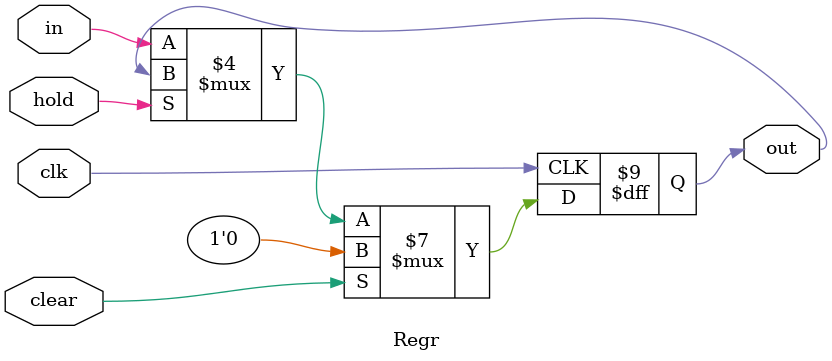
<source format=v>
/*
* Register that can be cleared or held
* Useful for passing data between CPU stages
*/

module Regr(
    input clk,
    input clear,
    input hold,
    input wire [N-1:0] in,
    output reg [N-1:0] out
);

parameter N = 1;

always @(posedge clk)
begin
    if (clear)
        out <= {N{1'b0}};
    else if (hold)
        out <= out;
    else
        out <= in;
end

initial
begin
    out <= {N{1'b0}};
end

endmodule
</source>
